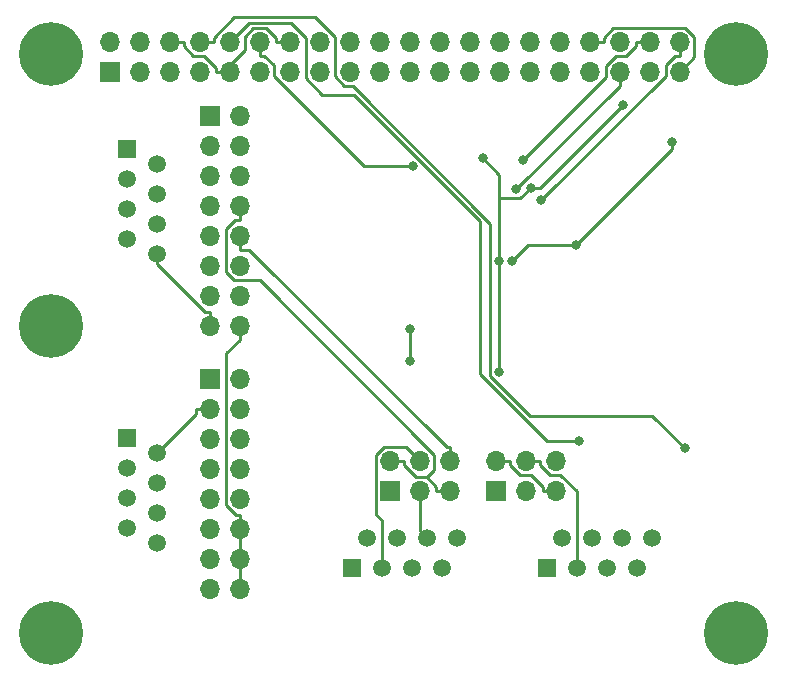
<source format=gbr>
G04 #@! TF.GenerationSoftware,KiCad,Pcbnew,(5.0.2)-1*
G04 #@! TF.CreationDate,2019-06-22T23:35:03-04:00*
G04 #@! TF.ProjectId,RPi-Ham,5250692d-4861-46d2-9e6b-696361645f70,rev?*
G04 #@! TF.SameCoordinates,Original*
G04 #@! TF.FileFunction,Copper,L2,Bot*
G04 #@! TF.FilePolarity,Positive*
%FSLAX46Y46*%
G04 Gerber Fmt 4.6, Leading zero omitted, Abs format (unit mm)*
G04 Created by KiCad (PCBNEW (5.0.2)-1) date 2019-06-22 23:35:03*
%MOMM*%
%LPD*%
G01*
G04 APERTURE LIST*
G04 #@! TA.AperFunction,ComponentPad*
%ADD10C,5.400000*%
G04 #@! TD*
G04 #@! TA.AperFunction,ComponentPad*
%ADD11C,0.800000*%
G04 #@! TD*
G04 #@! TA.AperFunction,ComponentPad*
%ADD12C,1.500000*%
G04 #@! TD*
G04 #@! TA.AperFunction,ComponentPad*
%ADD13R,1.500000X1.500000*%
G04 #@! TD*
G04 #@! TA.AperFunction,ComponentPad*
%ADD14O,1.700000X1.700000*%
G04 #@! TD*
G04 #@! TA.AperFunction,ComponentPad*
%ADD15R,1.700000X1.700000*%
G04 #@! TD*
G04 #@! TA.AperFunction,ViaPad*
%ADD16C,0.800000*%
G04 #@! TD*
G04 #@! TA.AperFunction,Conductor*
%ADD17C,0.250000*%
G04 #@! TD*
G04 APERTURE END LIST*
D10*
G04 #@! TO.P,J13,1*
G04 #@! TO.N,N/C*
X51000000Y-55500000D03*
D11*
X53025000Y-55500000D03*
X52431891Y-56931891D03*
X51000000Y-57525000D03*
X49568109Y-56931891D03*
X48975000Y-55500000D03*
X49568109Y-54068109D03*
X51000000Y-53475000D03*
X52431891Y-54068109D03*
G04 #@! TD*
D12*
G04 #@! TO.P,J2,8*
G04 #@! TO.N,Net-(J2-Pad8)*
X85390000Y-73460000D03*
G04 #@! TO.P,J2,7*
G04 #@! TO.N,Net-(J2-Pad7)*
X84120000Y-76000000D03*
G04 #@! TO.P,J2,6*
G04 #@! TO.N,Net-(J1-Pad3)*
X82850000Y-73460000D03*
G04 #@! TO.P,J2,5*
G04 #@! TO.N,GND*
X81580000Y-76000000D03*
G04 #@! TO.P,J2,4*
X80310000Y-73460000D03*
G04 #@! TO.P,J2,3*
G04 #@! TO.N,Net-(J1-Pad4)*
X79040000Y-76000000D03*
G04 #@! TO.P,J2,2*
G04 #@! TO.N,Net-(J2-Pad2)*
X77770000Y-73460000D03*
D13*
G04 #@! TO.P,J2,1*
G04 #@! TO.N,Net-(J2-Pad1)*
X76500000Y-76000000D03*
G04 #@! TD*
G04 #@! TO.P,J4,1*
G04 #@! TO.N,Net-(J4-Pad1)*
X93000000Y-76000000D03*
D12*
G04 #@! TO.P,J4,2*
G04 #@! TO.N,Net-(J4-Pad2)*
X94270000Y-73460000D03*
G04 #@! TO.P,J4,3*
G04 #@! TO.N,Net-(J3-Pad4)*
X95540000Y-76000000D03*
G04 #@! TO.P,J4,4*
G04 #@! TO.N,GND*
X96810000Y-73460000D03*
G04 #@! TO.P,J4,5*
X98080000Y-76000000D03*
G04 #@! TO.P,J4,6*
G04 #@! TO.N,Net-(J3-Pad3)*
X99350000Y-73460000D03*
G04 #@! TO.P,J4,7*
G04 #@! TO.N,Net-(J4-Pad7)*
X100620000Y-76000000D03*
G04 #@! TO.P,J4,8*
G04 #@! TO.N,Net-(J4-Pad8)*
X101890000Y-73460000D03*
G04 #@! TD*
D10*
G04 #@! TO.P,J12,1*
G04 #@! TO.N,N/C*
X109000000Y-32500000D03*
D11*
X111025000Y-32500000D03*
X110431891Y-33931891D03*
X109000000Y-34525000D03*
X107568109Y-33931891D03*
X106975000Y-32500000D03*
X107568109Y-31068109D03*
X109000000Y-30475000D03*
X110431891Y-31068109D03*
G04 #@! TD*
G04 #@! TO.P,J13,1*
G04 #@! TO.N,N/C*
X52431891Y-31068109D03*
X51000000Y-30475000D03*
X49568109Y-31068109D03*
X48975000Y-32500000D03*
X49568109Y-33931891D03*
X51000000Y-34525000D03*
X52431891Y-33931891D03*
X53025000Y-32500000D03*
D10*
X51000000Y-32500000D03*
G04 #@! TD*
D11*
G04 #@! TO.P,J10,1*
G04 #@! TO.N,N/C*
X110431891Y-80068109D03*
X109000000Y-79475000D03*
X107568109Y-80068109D03*
X106975000Y-81500000D03*
X107568109Y-82931891D03*
X109000000Y-83525000D03*
X110431891Y-82931891D03*
X111025000Y-81500000D03*
D10*
X109000000Y-81500000D03*
G04 #@! TD*
D11*
G04 #@! TO.P,J11,1*
G04 #@! TO.N,N/C*
X52431891Y-80068109D03*
X51000000Y-79475000D03*
X49568109Y-80068109D03*
X48975000Y-81500000D03*
X49568109Y-82931891D03*
X51000000Y-83525000D03*
X52431891Y-82931891D03*
X53025000Y-81500000D03*
D10*
X51000000Y-81500000D03*
G04 #@! TD*
D13*
G04 #@! TO.P,J5,1*
G04 #@! TO.N,Net-(J5-Pad1)*
X57500000Y-40500000D03*
D12*
G04 #@! TO.P,J5,2*
G04 #@! TO.N,Net-(J5-Pad2)*
X60040000Y-41770000D03*
G04 #@! TO.P,J5,3*
G04 #@! TO.N,Net-(J5-Pad3)*
X57500000Y-43040000D03*
G04 #@! TO.P,J5,4*
G04 #@! TO.N,Net-(J5-Pad4)*
X60040000Y-44310000D03*
G04 #@! TO.P,J5,5*
G04 #@! TO.N,Net-(J5-Pad5)*
X57500000Y-45580000D03*
G04 #@! TO.P,J5,6*
G04 #@! TO.N,Net-(J5-Pad6)*
X60040000Y-46850000D03*
G04 #@! TO.P,J5,7*
G04 #@! TO.N,Net-(J5-Pad7)*
X57500000Y-48120000D03*
G04 #@! TO.P,J5,8*
G04 #@! TO.N,Net-(J5-Pad8)*
X60040000Y-49390000D03*
G04 #@! TD*
D14*
G04 #@! TO.P,J6,16*
G04 #@! TO.N,GND*
X67000000Y-55500000D03*
G04 #@! TO.P,J6,15*
G04 #@! TO.N,Net-(J5-Pad8)*
X64460000Y-55500000D03*
G04 #@! TO.P,J6,14*
G04 #@! TO.N,GND*
X67000000Y-52960000D03*
G04 #@! TO.P,J6,13*
G04 #@! TO.N,Net-(J5-Pad7)*
X64460000Y-52960000D03*
G04 #@! TO.P,J6,12*
G04 #@! TO.N,GND*
X67000000Y-50420000D03*
G04 #@! TO.P,J6,11*
G04 #@! TO.N,Net-(J5-Pad6)*
X64460000Y-50420000D03*
G04 #@! TO.P,J6,10*
G04 #@! TO.N,TXR0*
X67000000Y-47880000D03*
G04 #@! TO.P,J6,9*
G04 #@! TO.N,Net-(J5-Pad5)*
X64460000Y-47880000D03*
G04 #@! TO.P,J6,8*
G04 #@! TO.N,RXR0*
X67000000Y-45340000D03*
G04 #@! TO.P,J6,7*
G04 #@! TO.N,Net-(J5-Pad4)*
X64460000Y-45340000D03*
G04 #@! TO.P,J6,6*
G04 #@! TO.N,PTT0*
X67000000Y-42800000D03*
G04 #@! TO.P,J6,5*
G04 #@! TO.N,Net-(J5-Pad3)*
X64460000Y-42800000D03*
G04 #@! TO.P,J6,4*
G04 #@! TO.N,OUTL*
X67000000Y-40260000D03*
G04 #@! TO.P,J6,3*
G04 #@! TO.N,Net-(J5-Pad2)*
X64460000Y-40260000D03*
G04 #@! TO.P,J6,2*
G04 #@! TO.N,INL*
X67000000Y-37720000D03*
D15*
G04 #@! TO.P,J6,1*
G04 #@! TO.N,Net-(J5-Pad1)*
X64460000Y-37720000D03*
G04 #@! TD*
D13*
G04 #@! TO.P,J7,1*
G04 #@! TO.N,Net-(J7-Pad1)*
X57500000Y-65000000D03*
D12*
G04 #@! TO.P,J7,2*
G04 #@! TO.N,Net-(J7-Pad2)*
X60040000Y-66270000D03*
G04 #@! TO.P,J7,3*
G04 #@! TO.N,Net-(J7-Pad3)*
X57500000Y-67540000D03*
G04 #@! TO.P,J7,4*
G04 #@! TO.N,Net-(J7-Pad4)*
X60040000Y-68810000D03*
G04 #@! TO.P,J7,5*
G04 #@! TO.N,Net-(J7-Pad5)*
X57500000Y-70080000D03*
G04 #@! TO.P,J7,6*
G04 #@! TO.N,Net-(J7-Pad6)*
X60040000Y-71350000D03*
G04 #@! TO.P,J7,7*
G04 #@! TO.N,Net-(J7-Pad7)*
X57500000Y-72620000D03*
G04 #@! TO.P,J7,8*
G04 #@! TO.N,Net-(J7-Pad8)*
X60040000Y-73890000D03*
G04 #@! TD*
D14*
G04 #@! TO.P,J8,40*
G04 #@! TO.N,DIN*
X104260000Y-31460000D03*
G04 #@! TO.P,J8,39*
G04 #@! TO.N,GND*
X104260000Y-34000000D03*
G04 #@! TO.P,J8,38*
G04 #@! TO.N,DOUT*
X101720000Y-31460000D03*
G04 #@! TO.P,J8,37*
G04 #@! TO.N,Net-(J8-Pad37)*
X101720000Y-34000000D03*
G04 #@! TO.P,J8,36*
G04 #@! TO.N,Net-(J8-Pad36)*
X99180000Y-31460000D03*
G04 #@! TO.P,J8,35*
G04 #@! TO.N,LRCK*
X99180000Y-34000000D03*
G04 #@! TO.P,J8,34*
G04 #@! TO.N,GND*
X96640000Y-31460000D03*
G04 #@! TO.P,J8,33*
G04 #@! TO.N,RXD1*
X96640000Y-34000000D03*
G04 #@! TO.P,J8,32*
G04 #@! TO.N,TXD1*
X94100000Y-31460000D03*
G04 #@! TO.P,J8,31*
G04 #@! TO.N,Net-(J8-Pad31)*
X94100000Y-34000000D03*
G04 #@! TO.P,J8,30*
G04 #@! TO.N,GND*
X91560000Y-31460000D03*
G04 #@! TO.P,J8,29*
G04 #@! TO.N,Net-(J8-Pad29)*
X91560000Y-34000000D03*
G04 #@! TO.P,J8,28*
G04 #@! TO.N,Net-(J8-Pad28)*
X89020000Y-31460000D03*
G04 #@! TO.P,J8,27*
G04 #@! TO.N,Net-(J8-Pad27)*
X89020000Y-34000000D03*
G04 #@! TO.P,J8,26*
G04 #@! TO.N,Net-(J8-Pad26)*
X86480000Y-31460000D03*
G04 #@! TO.P,J8,25*
G04 #@! TO.N,GND*
X86480000Y-34000000D03*
G04 #@! TO.P,J8,24*
G04 #@! TO.N,Net-(J8-Pad24)*
X83940000Y-31460000D03*
G04 #@! TO.P,J8,23*
G04 #@! TO.N,Net-(J8-Pad23)*
X83940000Y-34000000D03*
G04 #@! TO.P,J8,22*
G04 #@! TO.N,Net-(J8-Pad22)*
X81400000Y-31460000D03*
G04 #@! TO.P,J8,21*
G04 #@! TO.N,Net-(J8-Pad21)*
X81400000Y-34000000D03*
G04 #@! TO.P,J8,20*
G04 #@! TO.N,GND*
X78860000Y-31460000D03*
G04 #@! TO.P,J8,19*
G04 #@! TO.N,Net-(J8-Pad19)*
X78860000Y-34000000D03*
G04 #@! TO.P,J8,18*
G04 #@! TO.N,Net-(J8-Pad18)*
X76320000Y-31460000D03*
G04 #@! TO.P,J8,17*
G04 #@! TO.N,Net-(C19-Pad1)*
X76320000Y-34000000D03*
G04 #@! TO.P,J8,16*
G04 #@! TO.N,Net-(J8-Pad16)*
X73780000Y-31460000D03*
G04 #@! TO.P,J8,15*
G04 #@! TO.N,Net-(J8-Pad15)*
X73780000Y-34000000D03*
G04 #@! TO.P,J8,14*
G04 #@! TO.N,GND*
X71240000Y-31460000D03*
G04 #@! TO.P,J8,13*
G04 #@! TO.N,Net-(J8-Pad13)*
X71240000Y-34000000D03*
G04 #@! TO.P,J8,12*
G04 #@! TO.N,BCK*
X68700000Y-31460000D03*
G04 #@! TO.P,J8,11*
G04 #@! TO.N,Net-(J8-Pad11)*
X68700000Y-34000000D03*
G04 #@! TO.P,J8,10*
G04 #@! TO.N,RXD0*
X66160000Y-31460000D03*
G04 #@! TO.P,J8,9*
G04 #@! TO.N,GND*
X66160000Y-34000000D03*
G04 #@! TO.P,J8,8*
G04 #@! TO.N,TXD0*
X63620000Y-31460000D03*
G04 #@! TO.P,J8,7*
G04 #@! TO.N,Net-(J8-Pad7)*
X63620000Y-34000000D03*
G04 #@! TO.P,J8,6*
G04 #@! TO.N,GND*
X61080000Y-31460000D03*
G04 #@! TO.P,J8,5*
G04 #@! TO.N,Net-(J8-Pad5)*
X61080000Y-34000000D03*
G04 #@! TO.P,J8,4*
G04 #@! TO.N,Net-(C18-Pad1)*
X58540000Y-31460000D03*
G04 #@! TO.P,J8,3*
G04 #@! TO.N,Net-(J8-Pad3)*
X58540000Y-34000000D03*
G04 #@! TO.P,J8,2*
G04 #@! TO.N,Net-(C18-Pad1)*
X56000000Y-31460000D03*
D15*
G04 #@! TO.P,J8,1*
G04 #@! TO.N,Net-(C19-Pad1)*
X56000000Y-34000000D03*
G04 #@! TD*
G04 #@! TO.P,J9,1*
G04 #@! TO.N,Net-(J7-Pad1)*
X64500000Y-60000000D03*
D14*
G04 #@! TO.P,J9,2*
G04 #@! TO.N,INR*
X67040000Y-60000000D03*
G04 #@! TO.P,J9,3*
G04 #@! TO.N,Net-(J7-Pad2)*
X64500000Y-62540000D03*
G04 #@! TO.P,J9,4*
G04 #@! TO.N,OUTR*
X67040000Y-62540000D03*
G04 #@! TO.P,J9,5*
G04 #@! TO.N,Net-(J7-Pad3)*
X64500000Y-65080000D03*
G04 #@! TO.P,J9,6*
G04 #@! TO.N,PTT1*
X67040000Y-65080000D03*
G04 #@! TO.P,J9,7*
G04 #@! TO.N,Net-(J7-Pad4)*
X64500000Y-67620000D03*
G04 #@! TO.P,J9,8*
G04 #@! TO.N,RXR1*
X67040000Y-67620000D03*
G04 #@! TO.P,J9,9*
G04 #@! TO.N,Net-(J7-Pad5)*
X64500000Y-70160000D03*
G04 #@! TO.P,J9,10*
G04 #@! TO.N,TXR1*
X67040000Y-70160000D03*
G04 #@! TO.P,J9,11*
G04 #@! TO.N,Net-(J7-Pad6)*
X64500000Y-72700000D03*
G04 #@! TO.P,J9,12*
G04 #@! TO.N,GND*
X67040000Y-72700000D03*
G04 #@! TO.P,J9,13*
G04 #@! TO.N,Net-(J7-Pad7)*
X64500000Y-75240000D03*
G04 #@! TO.P,J9,14*
G04 #@! TO.N,GND*
X67040000Y-75240000D03*
G04 #@! TO.P,J9,15*
G04 #@! TO.N,Net-(J7-Pad8)*
X64500000Y-77780000D03*
G04 #@! TO.P,J9,16*
G04 #@! TO.N,GND*
X67040000Y-77780000D03*
G04 #@! TD*
G04 #@! TO.P,J1,6*
G04 #@! TO.N,TXR0*
X84830000Y-66960000D03*
G04 #@! TO.P,J1,5*
G04 #@! TO.N,RXR0*
X84830000Y-69500000D03*
G04 #@! TO.P,J1,4*
G04 #@! TO.N,Net-(J1-Pad4)*
X82290000Y-66960000D03*
G04 #@! TO.P,J1,3*
G04 #@! TO.N,Net-(J1-Pad3)*
X82290000Y-69500000D03*
G04 #@! TO.P,J1,2*
G04 #@! TO.N,RXR0*
X79750000Y-66960000D03*
D15*
G04 #@! TO.P,J1,1*
G04 #@! TO.N,TXR0*
X79750000Y-69500000D03*
G04 #@! TD*
G04 #@! TO.P,J3,1*
G04 #@! TO.N,TXR1*
X88750000Y-69500000D03*
D14*
G04 #@! TO.P,J3,2*
G04 #@! TO.N,RXR1*
X88750000Y-66960000D03*
G04 #@! TO.P,J3,3*
G04 #@! TO.N,Net-(J3-Pad3)*
X91290000Y-69500000D03*
G04 #@! TO.P,J3,4*
G04 #@! TO.N,Net-(J3-Pad4)*
X91290000Y-66960000D03*
G04 #@! TO.P,J3,5*
G04 #@! TO.N,RXR1*
X93830000Y-69500000D03*
G04 #@! TO.P,J3,6*
G04 #@! TO.N,TXR1*
X93830000Y-66960000D03*
G04 #@! TD*
D16*
G04 #@! TO.N,Earth*
X88978200Y-59423100D03*
X87573300Y-41289900D03*
X99439000Y-36804700D03*
X91657400Y-43805600D03*
X88985600Y-50011900D03*
G04 #@! TO.N,VCC*
X103572600Y-39915700D03*
X90024800Y-50024400D03*
X95500000Y-48640400D03*
G04 #@! TO.N,Net-(C11-Pad2)*
X81432600Y-55744200D03*
X81432600Y-58494800D03*
G04 #@! TO.N,TXD0*
X104678500Y-65870500D03*
G04 #@! TO.N,RXD0*
X95765500Y-65261800D03*
G04 #@! TO.N,BCK*
X81710500Y-41971700D03*
G04 #@! TO.N,LRCK*
X90442700Y-43912600D03*
G04 #@! TO.N,DOUT*
X90972400Y-41465700D03*
G04 #@! TO.N,DIN*
X92526800Y-44876200D03*
G04 #@! TD*
D17*
G04 #@! TO.N,Earth*
X88985600Y-50011900D02*
X88985600Y-59415700D01*
X88985600Y-59415700D02*
X88978200Y-59423100D01*
X88985600Y-44687100D02*
X88985600Y-50011900D01*
X91657400Y-43805600D02*
X90775900Y-44687100D01*
X90775900Y-44687100D02*
X88985600Y-44687100D01*
X88985600Y-44687100D02*
X88985600Y-42702200D01*
X88985600Y-42702200D02*
X87573300Y-41289900D01*
X91657400Y-43805600D02*
X92438100Y-43805600D01*
X92438100Y-43805600D02*
X99439000Y-36804700D01*
G04 #@! TO.N,VCC*
X90024800Y-50024400D02*
X91408800Y-48640400D01*
X91408800Y-48640400D02*
X95500000Y-48640400D01*
X95500000Y-48640400D02*
X103572600Y-40567800D01*
X103572600Y-40567800D02*
X103572600Y-39915700D01*
G04 #@! TO.N,Net-(C11-Pad2)*
X81432600Y-58494800D02*
X81432600Y-55744200D01*
G04 #@! TO.N,GND*
X71240000Y-31460000D02*
X70064700Y-31460000D01*
X65572400Y-34000000D02*
X67430000Y-32142400D01*
X67430000Y-32142400D02*
X67430000Y-31022000D01*
X67430000Y-31022000D02*
X68167300Y-30284700D01*
X68167300Y-30284700D02*
X69256800Y-30284700D01*
X69256800Y-30284700D02*
X70064700Y-31092600D01*
X70064700Y-31092600D02*
X70064700Y-31460000D01*
X65572400Y-34000000D02*
X64984700Y-34000000D01*
X66160000Y-34000000D02*
X65572400Y-34000000D01*
X61080000Y-31460000D02*
X62255300Y-31460000D01*
X64984700Y-34000000D02*
X64984700Y-33632600D01*
X64984700Y-33632600D02*
X63987400Y-32635300D01*
X63987400Y-32635300D02*
X63063200Y-32635300D01*
X63063200Y-32635300D02*
X62255300Y-31827400D01*
X62255300Y-31827400D02*
X62255300Y-31460000D01*
X96640000Y-31460000D02*
X97815300Y-31460000D01*
X97815300Y-31460000D02*
X97815300Y-31092700D01*
X97815300Y-31092700D02*
X98655500Y-30252500D01*
X98655500Y-30252500D02*
X104733900Y-30252500D01*
X104733900Y-30252500D02*
X105501900Y-31020500D01*
X105501900Y-31020500D02*
X105501900Y-32758100D01*
X105501900Y-32758100D02*
X104260000Y-34000000D01*
X67040000Y-72700000D02*
X67040000Y-71524700D01*
X67040000Y-71524700D02*
X66672700Y-71524700D01*
X66672700Y-71524700D02*
X65857300Y-70709300D01*
X65857300Y-70709300D02*
X65857300Y-57818000D01*
X65857300Y-57818000D02*
X67000000Y-56675300D01*
X67040000Y-75240000D02*
X67040000Y-72700000D01*
X67000000Y-55500000D02*
X67000000Y-56675300D01*
X67040000Y-77780000D02*
X67040000Y-75240000D01*
G04 #@! TO.N,RXR0*
X82846800Y-68324700D02*
X83654700Y-69132600D01*
X83654700Y-69132600D02*
X83654700Y-69500000D01*
X80925300Y-66960000D02*
X80925300Y-67327400D01*
X80925300Y-67327400D02*
X81922600Y-68324700D01*
X81922600Y-68324700D02*
X82846800Y-68324700D01*
X82846800Y-68324700D02*
X83465400Y-67706100D01*
X83465400Y-67706100D02*
X83465400Y-66404800D01*
X83465400Y-66404800D02*
X68717200Y-51656600D01*
X68717200Y-51656600D02*
X66547800Y-51656600D01*
X66547800Y-51656600D02*
X65824700Y-50933500D01*
X65824700Y-50933500D02*
X65824700Y-47323200D01*
X65824700Y-47323200D02*
X66632600Y-46515300D01*
X66632600Y-46515300D02*
X67000000Y-46515300D01*
X67000000Y-45340000D02*
X67000000Y-46515300D01*
X84830000Y-69500000D02*
X83654700Y-69500000D01*
X79750000Y-66960000D02*
X80925300Y-66960000D01*
G04 #@! TO.N,TXR0*
X67000000Y-49055300D02*
X67837000Y-49055300D01*
X67837000Y-49055300D02*
X84566400Y-65784700D01*
X84566400Y-65784700D02*
X84830000Y-65784700D01*
X84830000Y-66960000D02*
X84830000Y-65784700D01*
X67000000Y-47880000D02*
X67000000Y-49055300D01*
G04 #@! TO.N,RXR1*
X88750000Y-66960000D02*
X89925300Y-66960000D01*
X93830000Y-69500000D02*
X92654700Y-69500000D01*
X92654700Y-69500000D02*
X92654700Y-69132600D01*
X92654700Y-69132600D02*
X91657400Y-68135300D01*
X91657400Y-68135300D02*
X90733200Y-68135300D01*
X90733200Y-68135300D02*
X89925300Y-67327400D01*
X89925300Y-67327400D02*
X89925300Y-66960000D01*
G04 #@! TO.N,Net-(J5-Pad8)*
X64460000Y-55500000D02*
X64460000Y-54324700D01*
X64460000Y-54324700D02*
X64092700Y-54324700D01*
X64092700Y-54324700D02*
X60040000Y-50272000D01*
X60040000Y-50272000D02*
X60040000Y-49390000D01*
G04 #@! TO.N,Net-(J7-Pad2)*
X64500000Y-62540000D02*
X63324700Y-62540000D01*
X63324700Y-62540000D02*
X63324700Y-62985300D01*
X63324700Y-62985300D02*
X60040000Y-66270000D01*
G04 #@! TO.N,TXD0*
X64795300Y-31460000D02*
X64795300Y-31092700D01*
X64795300Y-31092700D02*
X66511600Y-29376400D01*
X66511600Y-29376400D02*
X73359000Y-29376400D01*
X73359000Y-29376400D02*
X75050000Y-31067400D01*
X75050000Y-31067400D02*
X75050000Y-34392300D01*
X75050000Y-34392300D02*
X75846700Y-35189000D01*
X75846700Y-35189000D02*
X76590700Y-35189000D01*
X76590700Y-35189000D02*
X88243000Y-46841300D01*
X88243000Y-46841300D02*
X88243000Y-59761600D01*
X88243000Y-59761600D02*
X91592600Y-63111200D01*
X91592600Y-63111200D02*
X101919200Y-63111200D01*
X101919200Y-63111200D02*
X104678500Y-65870500D01*
X63620000Y-31460000D02*
X64795300Y-31460000D01*
G04 #@! TO.N,RXD0*
X66160000Y-31460000D02*
X67785700Y-29834300D01*
X67785700Y-29834300D02*
X71327400Y-29834300D01*
X71327400Y-29834300D02*
X72604600Y-31111500D01*
X72604600Y-31111500D02*
X72604600Y-34533900D01*
X72604600Y-34533900D02*
X74015700Y-35945000D01*
X74015700Y-35945000D02*
X76709800Y-35945000D01*
X76709800Y-35945000D02*
X87359500Y-46594700D01*
X87359500Y-46594700D02*
X87359500Y-59587500D01*
X87359500Y-59587500D02*
X93033800Y-65261800D01*
X93033800Y-65261800D02*
X95765500Y-65261800D01*
G04 #@! TO.N,BCK*
X68700000Y-32635300D02*
X69067400Y-32635300D01*
X69067400Y-32635300D02*
X69875300Y-33443200D01*
X69875300Y-33443200D02*
X69875300Y-34311900D01*
X69875300Y-34311900D02*
X77535100Y-41971700D01*
X77535100Y-41971700D02*
X81710500Y-41971700D01*
X68700000Y-31460000D02*
X68700000Y-32635300D01*
G04 #@! TO.N,LRCK*
X99180000Y-35175300D02*
X90442700Y-43912600D01*
X99180000Y-34000000D02*
X99180000Y-35175300D01*
G04 #@! TO.N,DOUT*
X101720000Y-31460000D02*
X100544700Y-31460000D01*
X90972400Y-41465700D02*
X98004600Y-34433500D01*
X98004600Y-34433500D02*
X98004600Y-33474400D01*
X98004600Y-33474400D02*
X98843700Y-32635300D01*
X98843700Y-32635300D02*
X99736800Y-32635300D01*
X99736800Y-32635300D02*
X100544700Y-31827400D01*
X100544700Y-31827400D02*
X100544700Y-31460000D01*
G04 #@! TO.N,DIN*
X104260000Y-32635300D02*
X103892600Y-32635300D01*
X103892600Y-32635300D02*
X103084700Y-33443200D01*
X103084700Y-33443200D02*
X103084700Y-34318300D01*
X103084700Y-34318300D02*
X92526800Y-44876200D01*
X104260000Y-31460000D02*
X104260000Y-32635300D01*
G04 #@! TO.N,Net-(J1-Pad4)*
X82290000Y-66960000D02*
X81086600Y-65756600D01*
X81086600Y-65756600D02*
X79220500Y-65756600D01*
X79220500Y-65756600D02*
X78574600Y-66402500D01*
X78574600Y-66402500D02*
X78574600Y-71485600D01*
X78574600Y-71485600D02*
X79040000Y-71951000D01*
X79040000Y-71951000D02*
X79040000Y-76000000D01*
G04 #@! TO.N,Net-(J1-Pad3)*
X82290000Y-69500000D02*
X82290000Y-72900000D01*
X82290000Y-72900000D02*
X82850000Y-73460000D01*
G04 #@! TO.N,Net-(J3-Pad4)*
X91290000Y-66960000D02*
X92465300Y-66960000D01*
X92465300Y-66960000D02*
X92465300Y-67327400D01*
X92465300Y-67327400D02*
X93273200Y-68135300D01*
X93273200Y-68135300D02*
X94148700Y-68135300D01*
X94148700Y-68135300D02*
X95540000Y-69526600D01*
X95540000Y-69526600D02*
X95540000Y-76000000D01*
G04 #@! TD*
M02*

</source>
